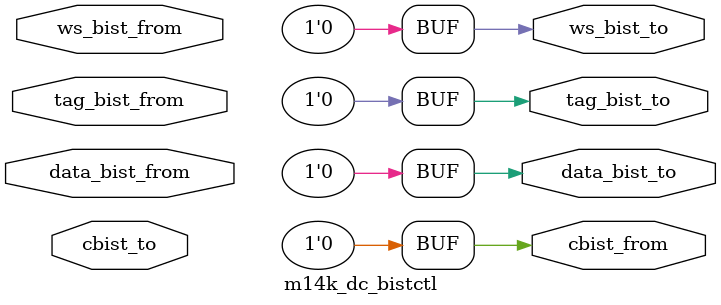
<source format=v>



// Comments for verilint...Since this is a placeholder module for bist,
//  some inputs are unused.
//verilint 240 off // Unused input

`include "m14k_const.vh"
module m14k_dc_bistctl(
	cbist_to,
	tag_bist_from,
	ws_bist_from,
	data_bist_from,
	cbist_from,
	tag_bist_to,
	ws_bist_to,
	data_bist_to);


	parameter	BIST_TO_WIDTH = 1;		// top-level cache bist input width
	parameter	BIST_FROM_WIDTH = 1;		// top-level cache bist output width
	parameter	TAG_BIST_TO_WIDTH = 1;	// bist width to cache tag array
	parameter	TAG_BIST_FROM_WIDTH = 1;	// bist width from cache tag array
   	parameter	WS_BIST_TO_WIDTH = 1;
        parameter 	WS_BIST_FROM_WIDTH = 1;
	parameter	DATA_BIST_TO_WIDTH = 1;	// bist width to cache data aray
	parameter	DATA_BIST_FROM_WIDTH = 1;	// bist width from cache data aray

	/* Inputs */
	input [BIST_TO_WIDTH-1:0]		cbist_to;	// top-level cache bist input signals
	input [TAG_BIST_FROM_WIDTH-1:0]	tag_bist_from;	// bist signals from cache tag
        input [WS_BIST_FROM_WIDTH-1:0] 	ws_bist_from;
	input [DATA_BIST_FROM_WIDTH-1:0]	data_bist_from;	// bist signals from cache data

	/* Outputs */
	output [BIST_FROM_WIDTH-1:0]		cbist_from;	// top-level cache bist output signals
	output [TAG_BIST_TO_WIDTH-1:0]	tag_bist_to;	// bist signals to cache tag
	output [WS_BIST_TO_WIDTH-1:0]	        ws_bist_to;
	output [DATA_BIST_TO_WIDTH-1:0]	data_bist_to;	// bist signals to cache data

// BEGIN Wire declarations made by MVP
wire [TAG_BIST_TO_WIDTH-1:0] /*[0:0]*/ tag_bist_to;
wire [DATA_BIST_TO_WIDTH-1:0] /*[0:0]*/ data_bist_to;
wire [BIST_FROM_WIDTH-1:0] /*[0:0]*/ cbist_from;
wire [WS_BIST_TO_WIDTH-1:0] /*[0:0]*/ ws_bist_to;
// END Wire declarations made by MVP


	/* Inouts */

	// End of I/O


	/* Internal Block Wires */



	assign cbist_from [BIST_FROM_WIDTH-1:0] = {BIST_FROM_WIDTH{1'b0}};
	assign tag_bist_to [TAG_BIST_TO_WIDTH-1:0] = {BIST_FROM_WIDTH{1'b0}};
	assign ws_bist_to [WS_BIST_TO_WIDTH-1:0] = {BIST_FROM_WIDTH{1'b0}};   
	assign data_bist_to [DATA_BIST_TO_WIDTH-1:0] = {BIST_FROM_WIDTH{1'b0}};

//verilint 240 on  // Unused input
endmodule	// bistctl_cache

</source>
